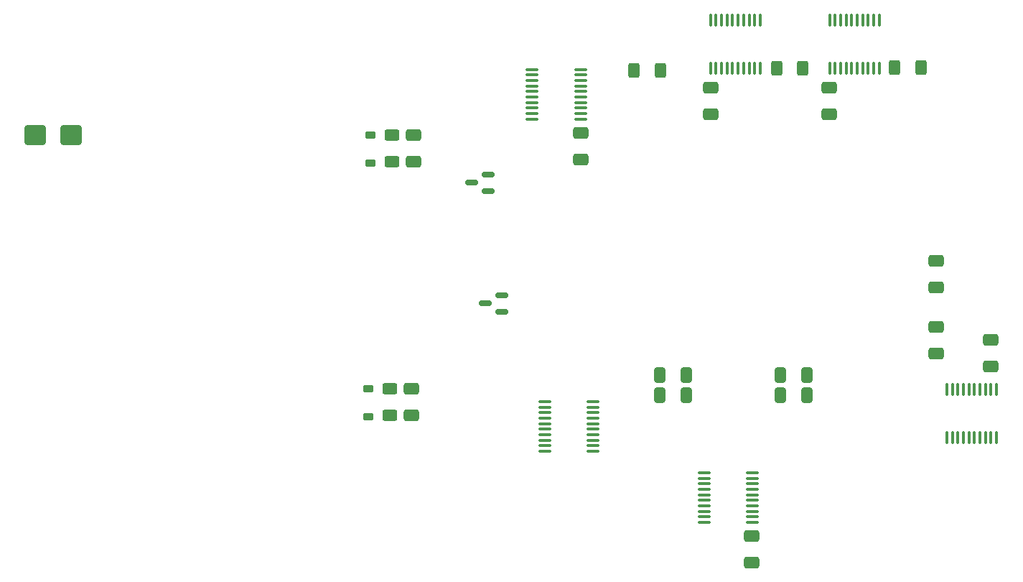
<source format=gbr>
%TF.GenerationSoftware,KiCad,Pcbnew,7.0.7*%
%TF.CreationDate,2023-11-11T20:47:19+01:00*%
%TF.ProjectId,LITEXCNC-HUB75HAT,4c495445-5843-44e4-932d-485542373548,rev?*%
%TF.SameCoordinates,Original*%
%TF.FileFunction,Paste,Bot*%
%TF.FilePolarity,Positive*%
%FSLAX46Y46*%
G04 Gerber Fmt 4.6, Leading zero omitted, Abs format (unit mm)*
G04 Created by KiCad (PCBNEW 7.0.7) date 2023-11-11 20:47:19*
%MOMM*%
%LPD*%
G01*
G04 APERTURE LIST*
G04 Aperture macros list*
%AMRoundRect*
0 Rectangle with rounded corners*
0 $1 Rounding radius*
0 $2 $3 $4 $5 $6 $7 $8 $9 X,Y pos of 4 corners*
0 Add a 4 corners polygon primitive as box body*
4,1,4,$2,$3,$4,$5,$6,$7,$8,$9,$2,$3,0*
0 Add four circle primitives for the rounded corners*
1,1,$1+$1,$2,$3*
1,1,$1+$1,$4,$5*
1,1,$1+$1,$6,$7*
1,1,$1+$1,$8,$9*
0 Add four rect primitives between the rounded corners*
20,1,$1+$1,$2,$3,$4,$5,0*
20,1,$1+$1,$4,$5,$6,$7,0*
20,1,$1+$1,$6,$7,$8,$9,0*
20,1,$1+$1,$8,$9,$2,$3,0*%
G04 Aperture macros list end*
%ADD10RoundRect,0.250000X-1.000000X-0.900000X1.000000X-0.900000X1.000000X0.900000X-1.000000X0.900000X0*%
%ADD11RoundRect,0.250000X-0.650000X0.412500X-0.650000X-0.412500X0.650000X-0.412500X0.650000X0.412500X0*%
%ADD12RoundRect,0.225000X0.375000X-0.225000X0.375000X0.225000X-0.375000X0.225000X-0.375000X-0.225000X0*%
%ADD13RoundRect,0.250000X-0.400000X-0.625000X0.400000X-0.625000X0.400000X0.625000X-0.400000X0.625000X0*%
%ADD14RoundRect,0.250000X-0.412500X-0.650000X0.412500X-0.650000X0.412500X0.650000X-0.412500X0.650000X0*%
%ADD15RoundRect,0.250000X0.625000X-0.400000X0.625000X0.400000X-0.625000X0.400000X-0.625000X-0.400000X0*%
%ADD16RoundRect,0.250000X0.650000X-0.412500X0.650000X0.412500X-0.650000X0.412500X-0.650000X-0.412500X0*%
%ADD17RoundRect,0.100000X-0.637500X-0.100000X0.637500X-0.100000X0.637500X0.100000X-0.637500X0.100000X0*%
%ADD18RoundRect,0.150000X0.587500X0.150000X-0.587500X0.150000X-0.587500X-0.150000X0.587500X-0.150000X0*%
%ADD19RoundRect,0.100000X-0.100000X0.637500X-0.100000X-0.637500X0.100000X-0.637500X0.100000X0.637500X0*%
%ADD20RoundRect,0.100000X0.100000X-0.637500X0.100000X0.637500X-0.100000X0.637500X-0.100000X-0.637500X0*%
G04 APERTURE END LIST*
D10*
%TO.C,D12*%
X27764000Y59074000D03*
X32064000Y59074000D03*
%TD*%
D11*
%TO.C,C16*%
X112328000Y11868500D03*
X112328000Y8743500D03*
%TD*%
D12*
%TO.C,D4*%
X67370000Y55774000D03*
X67370000Y59074000D03*
%TD*%
D11*
%TO.C,C20*%
X121472000Y64700500D03*
X121472000Y61575500D03*
%TD*%
D13*
%TO.C,R5*%
X98433600Y66694000D03*
X101533600Y66694000D03*
%TD*%
D14*
%TO.C,C6*%
X101418300Y30829200D03*
X104543300Y30829200D03*
%TD*%
D15*
%TO.C,R8*%
X69910000Y55974000D03*
X69910000Y59074000D03*
%TD*%
D16*
%TO.C,C1*%
X134045000Y41128500D03*
X134045000Y44253500D03*
%TD*%
D14*
%TO.C,C3*%
X115680800Y28441600D03*
X118805800Y28441600D03*
%TD*%
D17*
%TO.C,U5*%
X86420000Y60986000D03*
X86420000Y61636000D03*
X86420000Y62286000D03*
X86420000Y62936000D03*
X86420000Y63586000D03*
X86420000Y64236000D03*
X86420000Y64886000D03*
X86420000Y65536000D03*
X86420000Y66186000D03*
X86420000Y66836000D03*
X92145000Y66836000D03*
X92145000Y66186000D03*
X92145000Y65536000D03*
X92145000Y64886000D03*
X92145000Y64236000D03*
X92145000Y63586000D03*
X92145000Y62936000D03*
X92145000Y62286000D03*
X92145000Y61636000D03*
X92145000Y60986000D03*
%TD*%
D11*
%TO.C,C15*%
X72196000Y29229000D03*
X72196000Y26104000D03*
%TD*%
%TO.C,C19*%
X107502000Y64700500D03*
X107502000Y61575500D03*
%TD*%
D16*
%TO.C,C2*%
X134082000Y33381500D03*
X134082000Y36506500D03*
%TD*%
D15*
%TO.C,R17*%
X69656000Y26129000D03*
X69656000Y29229000D03*
%TD*%
D12*
%TO.C,D10*%
X67116000Y25929000D03*
X67116000Y29229000D03*
%TD*%
D18*
%TO.C,D11*%
X82785500Y40212000D03*
X82785500Y38312000D03*
X80910500Y39262000D03*
%TD*%
D17*
%TO.C,U6*%
X87875500Y21859000D03*
X87875500Y22509000D03*
X87875500Y23159000D03*
X87875500Y23809000D03*
X87875500Y24459000D03*
X87875500Y25109000D03*
X87875500Y25759000D03*
X87875500Y26409000D03*
X87875500Y27059000D03*
X87875500Y27709000D03*
X93600500Y27709000D03*
X93600500Y27059000D03*
X93600500Y26409000D03*
X93600500Y25759000D03*
X93600500Y25109000D03*
X93600500Y24459000D03*
X93600500Y23809000D03*
X93600500Y23159000D03*
X93600500Y22509000D03*
X93600500Y21859000D03*
%TD*%
%TO.C,U4*%
X106671500Y13477000D03*
X106671500Y14127000D03*
X106671500Y14777000D03*
X106671500Y15427000D03*
X106671500Y16077000D03*
X106671500Y16727000D03*
X106671500Y17377000D03*
X106671500Y18027000D03*
X106671500Y18677000D03*
X106671500Y19327000D03*
X112396500Y19327000D03*
X112396500Y18677000D03*
X112396500Y18027000D03*
X112396500Y17377000D03*
X112396500Y16727000D03*
X112396500Y16077000D03*
X112396500Y15427000D03*
X112396500Y14777000D03*
X112396500Y14127000D03*
X112396500Y13477000D03*
%TD*%
D11*
%TO.C,C9*%
X92135000Y59366500D03*
X92135000Y56241500D03*
%TD*%
D19*
%TO.C,U3*%
X107442000Y72673000D03*
X108092000Y72673000D03*
X108742000Y72673000D03*
X109392000Y72673000D03*
X110042000Y72673000D03*
X110692000Y72673000D03*
X111342000Y72673000D03*
X111992000Y72673000D03*
X112642000Y72673000D03*
X113292000Y72673000D03*
X113292000Y66948000D03*
X112642000Y66948000D03*
X111992000Y66948000D03*
X111342000Y66948000D03*
X110692000Y66948000D03*
X110042000Y66948000D03*
X109392000Y66948000D03*
X108742000Y66948000D03*
X108092000Y66948000D03*
X107442000Y66948000D03*
%TD*%
%TO.C,U2*%
X121494000Y72673000D03*
X122144000Y72673000D03*
X122794000Y72673000D03*
X123444000Y72673000D03*
X124094000Y72673000D03*
X124744000Y72673000D03*
X125394000Y72673000D03*
X126044000Y72673000D03*
X126694000Y72673000D03*
X127344000Y72673000D03*
X127344000Y66948000D03*
X126694000Y66948000D03*
X126044000Y66948000D03*
X125394000Y66948000D03*
X124744000Y66948000D03*
X124094000Y66948000D03*
X123444000Y66948000D03*
X122794000Y66948000D03*
X122144000Y66948000D03*
X121494000Y66948000D03*
%TD*%
D20*
%TO.C,U1*%
X141161000Y23445500D03*
X140511000Y23445500D03*
X139861000Y23445500D03*
X139211000Y23445500D03*
X138561000Y23445500D03*
X137911000Y23445500D03*
X137261000Y23445500D03*
X136611000Y23445500D03*
X135961000Y23445500D03*
X135311000Y23445500D03*
X135311000Y29170500D03*
X135961000Y29170500D03*
X136611000Y29170500D03*
X137261000Y29170500D03*
X137911000Y29170500D03*
X138561000Y29170500D03*
X139211000Y29170500D03*
X139861000Y29170500D03*
X140511000Y29170500D03*
X141161000Y29170500D03*
%TD*%
D13*
%TO.C,R3*%
X129167600Y67049600D03*
X132267600Y67049600D03*
%TD*%
D18*
%TO.C,D5*%
X81183000Y54436000D03*
X81183000Y52536000D03*
X79308000Y53486000D03*
%TD*%
D14*
%TO.C,C5*%
X101418300Y28441600D03*
X104543300Y28441600D03*
%TD*%
%TO.C,C4*%
X115693100Y30829200D03*
X118818100Y30829200D03*
%TD*%
D11*
%TO.C,C10*%
X72450000Y59074000D03*
X72450000Y55949000D03*
%TD*%
D16*
%TO.C,C21*%
X140522000Y31857500D03*
X140522000Y34982500D03*
%TD*%
D13*
%TO.C,R4*%
X115223600Y66998800D03*
X118323600Y66998800D03*
%TD*%
M02*

</source>
